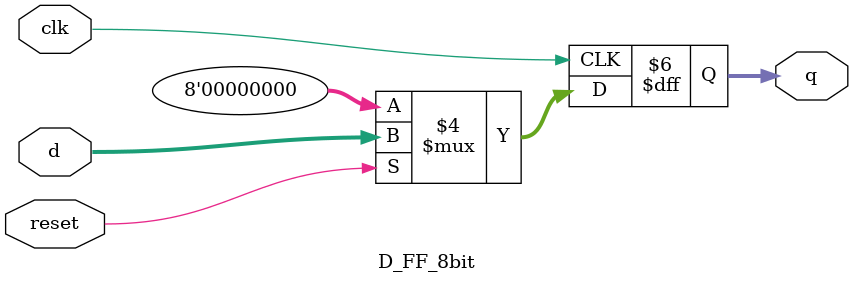
<source format=v>
module D_FF_8bit (q, d, clk, reset);

output [8-1:0] q;
input  [8-1:0] d;
input  clk, reset;

reg    [8-1:0] q;

always @ (posedge clk) begin
    if(~reset)
        q <= 1'b0;
    else 
	    q <= d;
end
endmodule
</source>
